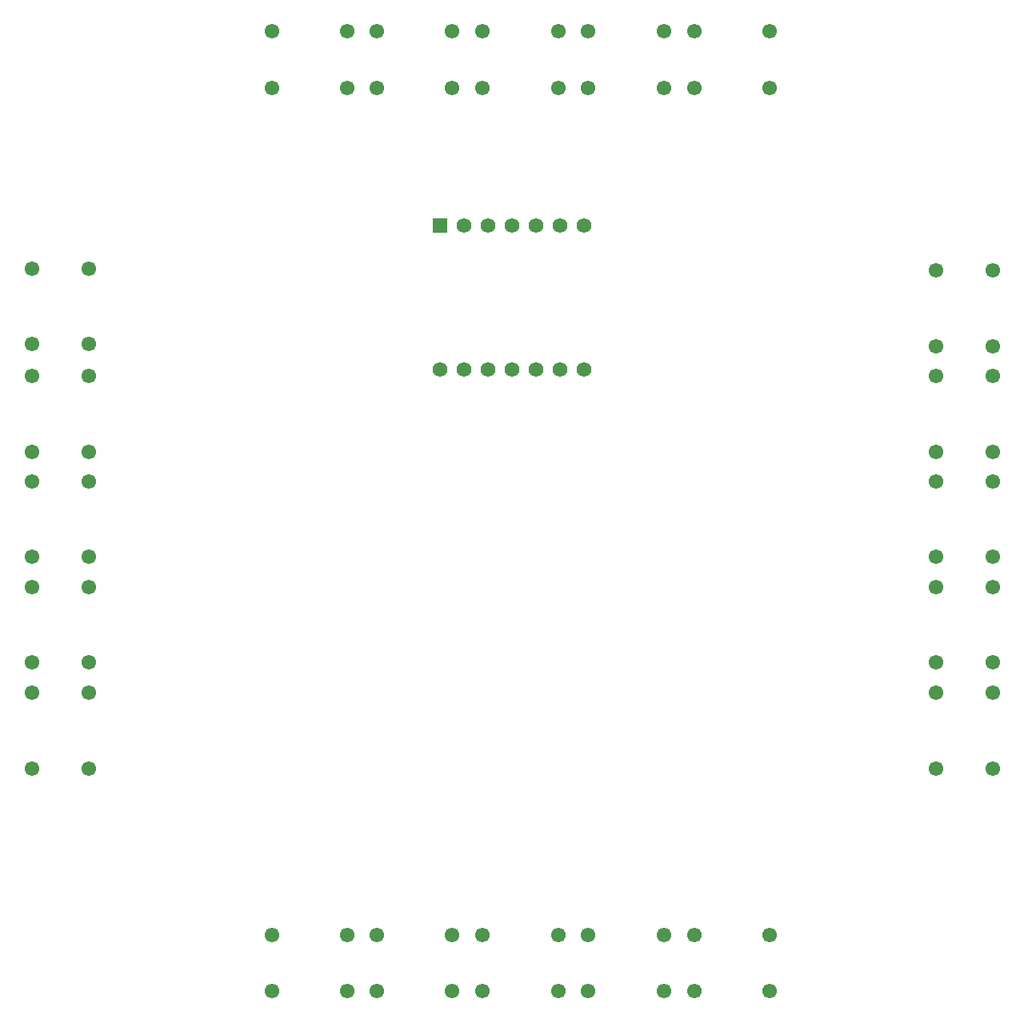
<source format=gbr>
%TF.GenerationSoftware,KiCad,Pcbnew,8.0.8*%
%TF.CreationDate,2025-05-19T18:04:48-07:00*%
%TF.ProjectId,ddi,6464692e-6b69-4636-9164-5f7063625858,rev?*%
%TF.SameCoordinates,Original*%
%TF.FileFunction,Soldermask,Top*%
%TF.FilePolarity,Negative*%
%FSLAX46Y46*%
G04 Gerber Fmt 4.6, Leading zero omitted, Abs format (unit mm)*
G04 Created by KiCad (PCBNEW 8.0.8) date 2025-05-19 18:04:48*
%MOMM*%
%LPD*%
G01*
G04 APERTURE LIST*
G04 Aperture macros list*
%AMRoundRect*
0 Rectangle with rounded corners*
0 $1 Rounding radius*
0 $2 $3 $4 $5 $6 $7 $8 $9 X,Y pos of 4 corners*
0 Add a 4 corners polygon primitive as box body*
4,1,4,$2,$3,$4,$5,$6,$7,$8,$9,$2,$3,0*
0 Add four circle primitives for the rounded corners*
1,1,$1+$1,$2,$3*
1,1,$1+$1,$4,$5*
1,1,$1+$1,$6,$7*
1,1,$1+$1,$8,$9*
0 Add four rect primitives between the rounded corners*
20,1,$1+$1,$2,$3,$4,$5,0*
20,1,$1+$1,$4,$5,$6,$7,0*
20,1,$1+$1,$6,$7,$8,$9,0*
20,1,$1+$1,$8,$9,$2,$3,0*%
G04 Aperture macros list end*
%ADD10C,1.549400*%
%ADD11RoundRect,0.102000X-0.679000X0.679000X-0.679000X-0.679000X0.679000X-0.679000X0.679000X0.679000X0*%
%ADD12C,1.562000*%
G04 APERTURE END LIST*
D10*
%TO.C,SW17*%
X171300000Y-62699997D03*
X171300000Y-68700000D03*
X179299999Y-62699997D03*
X179299999Y-68700000D03*
%TD*%
%TO.C,SW1*%
X126600000Y-62699997D03*
X126600000Y-68700000D03*
X134599999Y-62699997D03*
X134599999Y-68700000D03*
%TD*%
%TO.C,SW11*%
X202900003Y-110300000D03*
X196900000Y-110300000D03*
X202900003Y-118299999D03*
X196900000Y-118299999D03*
%TD*%
%TO.C,SW15*%
X101199997Y-107199999D03*
X107200000Y-107199999D03*
X101199997Y-99200000D03*
X107200000Y-99200000D03*
%TD*%
%TO.C,SW8*%
X168099999Y-164300003D03*
X168099999Y-158300000D03*
X160100000Y-164300003D03*
X160100000Y-158300000D03*
%TD*%
%TO.C,SW12*%
X156899999Y-164300003D03*
X156899999Y-158300000D03*
X148900000Y-164300003D03*
X148900000Y-158300000D03*
%TD*%
%TO.C,SW14*%
X202900003Y-121500000D03*
X196900000Y-121500000D03*
X202900003Y-129499999D03*
X196900000Y-129499999D03*
%TD*%
%TO.C,SW10*%
X148900000Y-62699997D03*
X148900000Y-68700000D03*
X156899999Y-62699997D03*
X156899999Y-68700000D03*
%TD*%
%TO.C,SW6*%
X202900003Y-99200000D03*
X196900000Y-99200000D03*
X202900003Y-107199999D03*
X196900000Y-107199999D03*
%TD*%
%TO.C,SW5*%
X137700000Y-62699997D03*
X137700000Y-68700000D03*
X145699999Y-62699997D03*
X145699999Y-68700000D03*
%TD*%
%TO.C,SW2*%
X202900003Y-88000000D03*
X196900000Y-88000000D03*
X202900003Y-95999999D03*
X196900000Y-95999999D03*
%TD*%
%TO.C,SW9*%
X101199997Y-118300000D03*
X107200000Y-118300000D03*
X101199997Y-110300001D03*
X107200000Y-110300001D03*
%TD*%
%TO.C,SW16*%
X145699999Y-164300003D03*
X145699999Y-158300000D03*
X137700000Y-164300003D03*
X137700000Y-158300000D03*
%TD*%
%TO.C,SW7*%
X101199997Y-129499999D03*
X107200000Y-129499999D03*
X101199997Y-121500000D03*
X107200000Y-121500000D03*
%TD*%
%TO.C,SW13*%
X160100000Y-62699997D03*
X160100000Y-68700000D03*
X168099999Y-62699997D03*
X168099999Y-68700000D03*
%TD*%
%TO.C,SW20*%
X134599999Y-164300003D03*
X134599999Y-158300000D03*
X126600000Y-164300003D03*
X126600000Y-158300000D03*
%TD*%
%TO.C,SW18*%
X202900003Y-132700000D03*
X196900000Y-132700000D03*
X202900003Y-140699999D03*
X196900000Y-140699999D03*
%TD*%
%TO.C,SW4*%
X179299999Y-164300003D03*
X179299999Y-158300000D03*
X171300000Y-164300003D03*
X171300000Y-158300000D03*
%TD*%
%TO.C,SW19*%
X101199997Y-95799999D03*
X107200000Y-95799999D03*
X101199997Y-87800000D03*
X107200000Y-87800000D03*
%TD*%
%TO.C,SW3*%
X101199997Y-140699999D03*
X107200000Y-140699999D03*
X101199997Y-132700000D03*
X107200000Y-132700000D03*
%TD*%
D11*
%TO.C,U1*%
X144400000Y-83200000D03*
D12*
X146940000Y-83200000D03*
X149480000Y-83200000D03*
X152020000Y-83200000D03*
X154560000Y-83200000D03*
X157100000Y-83200000D03*
X159640000Y-83200000D03*
X159640000Y-98440000D03*
X157100000Y-98440000D03*
X154560000Y-98440000D03*
X152020000Y-98440000D03*
X149480000Y-98440000D03*
X146940000Y-98440000D03*
X144400000Y-98440000D03*
%TD*%
M02*

</source>
